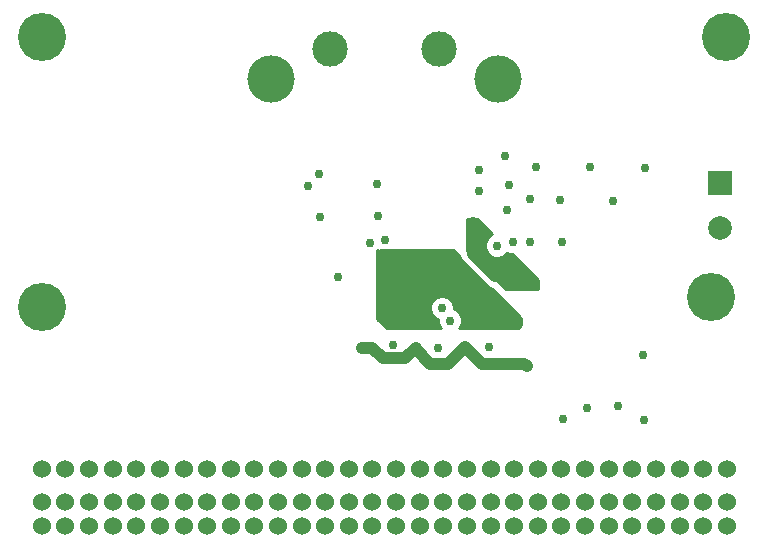
<source format=gbr>
G04 #@! TF.FileFunction,Copper,L3,Inr,Signal*
%FSLAX46Y46*%
G04 Gerber Fmt 4.6, Leading zero omitted, Abs format (unit mm)*
G04 Created by KiCad (PCBNEW (2015-02-18 BZR 5430)-product) date 2015年02月19日 星期四 19时51分06秒*
%MOMM*%
G01*
G04 APERTURE LIST*
%ADD10C,0.150000*%
%ADD11C,1.524000*%
%ADD12C,3.000000*%
%ADD13C,4.000000*%
%ADD14C,4.064000*%
%ADD15R,2.000000X2.000000*%
%ADD16C,2.000000*%
%ADD17C,0.762000*%
%ADD18C,1.016000*%
%ADD19C,0.254000*%
G04 APERTURE END LIST*
D10*
D11*
X144570000Y-69850000D03*
X142570000Y-69850000D03*
X140570000Y-69850000D03*
X138570000Y-69850000D03*
X136570000Y-69850000D03*
X134570000Y-69850000D03*
X132570000Y-69850000D03*
X130570000Y-69850000D03*
X128570000Y-69850000D03*
X126570000Y-69850000D03*
X124570000Y-69850000D03*
X122570000Y-69850000D03*
X120570000Y-69850000D03*
X118570000Y-69850000D03*
X116570000Y-69850000D03*
X114570000Y-69850000D03*
X112570000Y-69850000D03*
X110570000Y-69850000D03*
X108570000Y-69850000D03*
X106570000Y-69850000D03*
X104570000Y-69850000D03*
X102570000Y-69850000D03*
X100570000Y-69850000D03*
X98570000Y-69850000D03*
X96570000Y-69850000D03*
X94570000Y-69850000D03*
X92570000Y-69850000D03*
X90570000Y-69850000D03*
X88570000Y-69850000D03*
X86570000Y-69850000D03*
D12*
X120170000Y-34290000D03*
D13*
X125170000Y-36790000D03*
X105970000Y-36790000D03*
D12*
X110970000Y-34290000D03*
D14*
X144526000Y-33274000D03*
X86614000Y-33274000D03*
D15*
X143954500Y-45593000D03*
D16*
X143954500Y-49403000D03*
D14*
X86614000Y-56134000D03*
X143256000Y-55245000D03*
D11*
X86570000Y-74660000D03*
X86570000Y-72660000D03*
X88570000Y-74660000D03*
X88570000Y-72660000D03*
X90570000Y-74660000D03*
X90570000Y-72660000D03*
X92570000Y-74660000D03*
X92570000Y-72660000D03*
X94570000Y-74660000D03*
X94570000Y-72660000D03*
X96570000Y-74660000D03*
X96570000Y-72660000D03*
X98570000Y-74660000D03*
X98570000Y-72660000D03*
X100570000Y-74660000D03*
X100570000Y-72660000D03*
X102570000Y-74660000D03*
X102570000Y-72660000D03*
X104570000Y-74660000D03*
X104570000Y-72660000D03*
X106570000Y-74660000D03*
X106570000Y-72660000D03*
X108570000Y-74660000D03*
X108570000Y-72660000D03*
X110570000Y-74660000D03*
X110570000Y-72660000D03*
X112570000Y-74660000D03*
X112570000Y-72660000D03*
X114570000Y-74660000D03*
X114570000Y-72660000D03*
X116570000Y-74660000D03*
X116570000Y-72660000D03*
X118570000Y-74660000D03*
X118570000Y-72660000D03*
X120570000Y-74660000D03*
X120570000Y-72660000D03*
X122570000Y-74660000D03*
X122570000Y-72660000D03*
X124570000Y-74660000D03*
X124570000Y-72660000D03*
X126570000Y-74660000D03*
X126570000Y-72660000D03*
X128570000Y-74660000D03*
X128570000Y-72660000D03*
X130570000Y-74660000D03*
X130570000Y-72660000D03*
X132570000Y-74660000D03*
X132570000Y-72660000D03*
X134570000Y-74660000D03*
X134570000Y-72660000D03*
X136570000Y-74660000D03*
X136570000Y-72660000D03*
X138570000Y-74660000D03*
X138570000Y-72660000D03*
X140570000Y-74660000D03*
X140570000Y-72660000D03*
X142570000Y-74660000D03*
X142570000Y-72660000D03*
X144570000Y-74660000D03*
X144570000Y-72660000D03*
D17*
X128066800Y-54102000D03*
X120459500Y-56197500D03*
X123063000Y-49022000D03*
X115417600Y-56286400D03*
X126593600Y-57251600D03*
X114363500Y-50673000D03*
X115379500Y-51752500D03*
X113665000Y-59563000D03*
X118211600Y-59588400D03*
X122377200Y-59486800D03*
X127660400Y-61137800D03*
X126085600Y-45821600D03*
X127914400Y-46939200D03*
X130454400Y-47040800D03*
X134924800Y-47142400D03*
X137668000Y-44348400D03*
X132994400Y-44297600D03*
X128371600Y-44297600D03*
X125780800Y-43332400D03*
X123596400Y-44500800D03*
X123596400Y-46329600D03*
X110083600Y-48514000D03*
X115011200Y-48412400D03*
X114960400Y-45669200D03*
X110045500Y-44894500D03*
X109067600Y-45872400D03*
X126441200Y-50647600D03*
X127863600Y-50647600D03*
X132740400Y-64668400D03*
X130657600Y-65633600D03*
X137464800Y-60198000D03*
X137515600Y-65684400D03*
X130606800Y-50647600D03*
X124460000Y-59512200D03*
X115633500Y-50482500D03*
X121158000Y-57277000D03*
X125984000Y-47879000D03*
X116332000Y-59309000D03*
X120142000Y-59563000D03*
X111633000Y-53594000D03*
X125095000Y-50927000D03*
X135382000Y-64516000D03*
D18*
X123063000Y-51638200D02*
X123063000Y-49022000D01*
X124917200Y-53492400D02*
X123063000Y-51638200D01*
X127457200Y-53492400D02*
X124917200Y-53492400D01*
X128066800Y-54102000D02*
X127457200Y-53492400D01*
X121094500Y-51752500D02*
X121094500Y-53708300D01*
X118516400Y-56286400D02*
X115417600Y-56286400D01*
X121094500Y-53708300D02*
X118516400Y-56286400D01*
X121094500Y-51752500D02*
X115379500Y-51752500D01*
X126593600Y-57251600D02*
X121094500Y-51752500D01*
X122377200Y-59486800D02*
X123799600Y-60909200D01*
X127431800Y-60909200D02*
X127660400Y-61137800D01*
X123799600Y-60909200D02*
X127431800Y-60909200D01*
X122377200Y-59486800D02*
X120954800Y-60909200D01*
X118211600Y-59690000D02*
X118211600Y-59588400D01*
X119430800Y-60909200D02*
X118211600Y-59690000D01*
X120954800Y-60909200D02*
X119430800Y-60909200D01*
X113665000Y-59563000D02*
X114528600Y-59563000D01*
X114528600Y-59563000D02*
X115417600Y-60452000D01*
X115417600Y-60452000D02*
X117348000Y-60452000D01*
X117348000Y-60452000D02*
X118211600Y-59588400D01*
D19*
G36*
X127177800Y-57656195D02*
X126896595Y-57937400D01*
X121934542Y-57937400D01*
X122018821Y-57853269D01*
X122173824Y-57479982D01*
X122174176Y-57075792D01*
X122019825Y-56702234D01*
X121734269Y-56416179D01*
X121475403Y-56308688D01*
X121475676Y-55996292D01*
X121321325Y-55622734D01*
X121035769Y-55336679D01*
X120662482Y-55181676D01*
X120258292Y-55181324D01*
X119884734Y-55335675D01*
X119598679Y-55621231D01*
X119443676Y-55994518D01*
X119443324Y-56398708D01*
X119597675Y-56772266D01*
X119883231Y-57058321D01*
X120142096Y-57165811D01*
X120141824Y-57478208D01*
X120296175Y-57851766D01*
X120381659Y-57937400D01*
X115775005Y-57937400D01*
X115761403Y-57923797D01*
X114935000Y-57097395D01*
X114935000Y-51282600D01*
X114996615Y-51282600D01*
X115057231Y-51343321D01*
X115430518Y-51498324D01*
X115834708Y-51498676D01*
X116208266Y-51344325D01*
X116270098Y-51282600D01*
X121359395Y-51282600D01*
X121970903Y-51894108D01*
X122007006Y-52075607D01*
X122254777Y-52446423D01*
X124108977Y-54300623D01*
X124479793Y-54548394D01*
X124661290Y-54584496D01*
X126960997Y-56884203D01*
X127177800Y-57101005D01*
X127177800Y-57656195D01*
X127177800Y-57656195D01*
G37*
X127177800Y-57656195D02*
X126896595Y-57937400D01*
X121934542Y-57937400D01*
X122018821Y-57853269D01*
X122173824Y-57479982D01*
X122174176Y-57075792D01*
X122019825Y-56702234D01*
X121734269Y-56416179D01*
X121475403Y-56308688D01*
X121475676Y-55996292D01*
X121321325Y-55622734D01*
X121035769Y-55336679D01*
X120662482Y-55181676D01*
X120258292Y-55181324D01*
X119884734Y-55335675D01*
X119598679Y-55621231D01*
X119443676Y-55994518D01*
X119443324Y-56398708D01*
X119597675Y-56772266D01*
X119883231Y-57058321D01*
X120142096Y-57165811D01*
X120141824Y-57478208D01*
X120296175Y-57851766D01*
X120381659Y-57937400D01*
X115775005Y-57937400D01*
X115761403Y-57923797D01*
X114935000Y-57097395D01*
X114935000Y-51282600D01*
X114996615Y-51282600D01*
X115057231Y-51343321D01*
X115430518Y-51498324D01*
X115834708Y-51498676D01*
X116208266Y-51344325D01*
X116270098Y-51282600D01*
X121359395Y-51282600D01*
X121970903Y-51894108D01*
X122007006Y-52075607D01*
X122254777Y-52446423D01*
X124108977Y-54300623D01*
X124479793Y-54548394D01*
X124661290Y-54584496D01*
X126960997Y-56884203D01*
X127177800Y-57101005D01*
X127177800Y-57656195D01*
G36*
X128600200Y-54635400D02*
X127812800Y-54635400D01*
X125833405Y-54635400D01*
X122605800Y-51407795D01*
X122605800Y-48641000D01*
X123240800Y-48641000D01*
X123391395Y-48641000D01*
X124729219Y-49978824D01*
X124520234Y-50065175D01*
X124234179Y-50350731D01*
X124079176Y-50724018D01*
X124078824Y-51128208D01*
X124233175Y-51501766D01*
X124518731Y-51787821D01*
X124892018Y-51942824D01*
X125296208Y-51943176D01*
X125669766Y-51788825D01*
X125925475Y-51533561D01*
X126238218Y-51663424D01*
X126413972Y-51663577D01*
X128600200Y-53849805D01*
X128600200Y-54635400D01*
X128600200Y-54635400D01*
G37*
X128600200Y-54635400D02*
X127812800Y-54635400D01*
X125833405Y-54635400D01*
X122605800Y-51407795D01*
X122605800Y-48641000D01*
X123240800Y-48641000D01*
X123391395Y-48641000D01*
X124729219Y-49978824D01*
X124520234Y-50065175D01*
X124234179Y-50350731D01*
X124079176Y-50724018D01*
X124078824Y-51128208D01*
X124233175Y-51501766D01*
X124518731Y-51787821D01*
X124892018Y-51942824D01*
X125296208Y-51943176D01*
X125669766Y-51788825D01*
X125925475Y-51533561D01*
X126238218Y-51663424D01*
X126413972Y-51663577D01*
X128600200Y-53849805D01*
X128600200Y-54635400D01*
M02*

</source>
